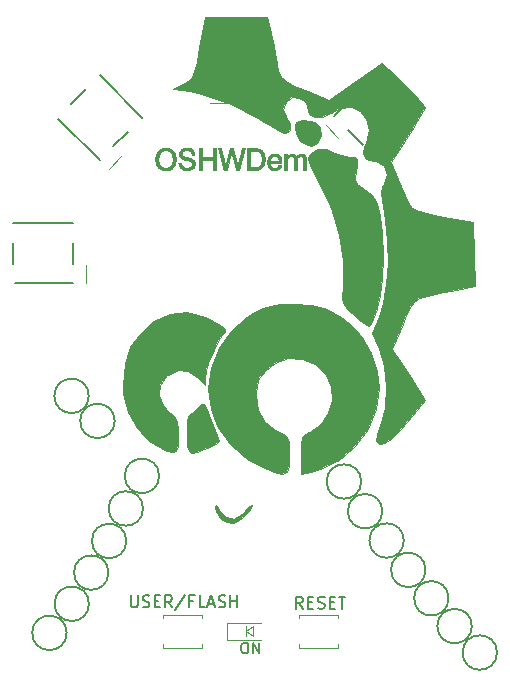
<source format=gto>
G04 #@! TF.GenerationSoftware,KiCad,Pcbnew,no-vcs-found-d190aa4~59~ubuntu16.04.1*
G04 #@! TF.CreationDate,2017-09-23T21:20:39-06:00*
G04 #@! TF.ProjectId,001,3030312E6B696361645F706362000000,rev?*
G04 #@! TF.SameCoordinates,Original*
G04 #@! TF.FileFunction,Legend,Top*
G04 #@! TF.FilePolarity,Positive*
%FSLAX46Y46*%
G04 Gerber Fmt 4.6, Leading zero omitted, Abs format (unit mm)*
G04 Created by KiCad (PCBNEW no-vcs-found-d190aa4~59~ubuntu16.04.1) date Sat Sep 23 21:20:39 2017*
%MOMM*%
%LPD*%
G01*
G04 APERTURE LIST*
%ADD10C,0.152400*%
%ADD11C,0.050000*%
%ADD12C,0.120000*%
%ADD13C,0.100000*%
%ADD14C,0.010000*%
G04 APERTURE END LIST*
D10*
X135372619Y-99852380D02*
X135039285Y-99376190D01*
X134801190Y-99852380D02*
X134801190Y-98852380D01*
X135182142Y-98852380D01*
X135277380Y-98900000D01*
X135325000Y-98947619D01*
X135372619Y-99042857D01*
X135372619Y-99185714D01*
X135325000Y-99280952D01*
X135277380Y-99328571D01*
X135182142Y-99376190D01*
X134801190Y-99376190D01*
X135801190Y-99328571D02*
X136134523Y-99328571D01*
X136277380Y-99852380D02*
X135801190Y-99852380D01*
X135801190Y-98852380D01*
X136277380Y-98852380D01*
X136658333Y-99804761D02*
X136801190Y-99852380D01*
X137039285Y-99852380D01*
X137134523Y-99804761D01*
X137182142Y-99757142D01*
X137229761Y-99661904D01*
X137229761Y-99566666D01*
X137182142Y-99471428D01*
X137134523Y-99423809D01*
X137039285Y-99376190D01*
X136848809Y-99328571D01*
X136753571Y-99280952D01*
X136705952Y-99233333D01*
X136658333Y-99138095D01*
X136658333Y-99042857D01*
X136705952Y-98947619D01*
X136753571Y-98900000D01*
X136848809Y-98852380D01*
X137086904Y-98852380D01*
X137229761Y-98900000D01*
X137658333Y-99328571D02*
X137991666Y-99328571D01*
X138134523Y-99852380D02*
X137658333Y-99852380D01*
X137658333Y-98852380D01*
X138134523Y-98852380D01*
X138420238Y-98852380D02*
X138991666Y-98852380D01*
X138705952Y-99852380D02*
X138705952Y-98852380D01*
X120825000Y-98727380D02*
X120825000Y-99536904D01*
X120872619Y-99632142D01*
X120920238Y-99679761D01*
X121015476Y-99727380D01*
X121205952Y-99727380D01*
X121301190Y-99679761D01*
X121348809Y-99632142D01*
X121396428Y-99536904D01*
X121396428Y-98727380D01*
X121825000Y-99679761D02*
X121967857Y-99727380D01*
X122205952Y-99727380D01*
X122301190Y-99679761D01*
X122348809Y-99632142D01*
X122396428Y-99536904D01*
X122396428Y-99441666D01*
X122348809Y-99346428D01*
X122301190Y-99298809D01*
X122205952Y-99251190D01*
X122015476Y-99203571D01*
X121920238Y-99155952D01*
X121872619Y-99108333D01*
X121825000Y-99013095D01*
X121825000Y-98917857D01*
X121872619Y-98822619D01*
X121920238Y-98775000D01*
X122015476Y-98727380D01*
X122253571Y-98727380D01*
X122396428Y-98775000D01*
X122825000Y-99203571D02*
X123158333Y-99203571D01*
X123301190Y-99727380D02*
X122825000Y-99727380D01*
X122825000Y-98727380D01*
X123301190Y-98727380D01*
X124301190Y-99727380D02*
X123967857Y-99251190D01*
X123729761Y-99727380D02*
X123729761Y-98727380D01*
X124110714Y-98727380D01*
X124205952Y-98775000D01*
X124253571Y-98822619D01*
X124301190Y-98917857D01*
X124301190Y-99060714D01*
X124253571Y-99155952D01*
X124205952Y-99203571D01*
X124110714Y-99251190D01*
X123729761Y-99251190D01*
X125444047Y-98679761D02*
X124586904Y-99965476D01*
X126110714Y-99203571D02*
X125777380Y-99203571D01*
X125777380Y-99727380D02*
X125777380Y-98727380D01*
X126253571Y-98727380D01*
X127110714Y-99727380D02*
X126634523Y-99727380D01*
X126634523Y-98727380D01*
X127396428Y-99441666D02*
X127872619Y-99441666D01*
X127301190Y-99727380D02*
X127634523Y-98727380D01*
X127967857Y-99727380D01*
X128253571Y-99679761D02*
X128396428Y-99727380D01*
X128634523Y-99727380D01*
X128729761Y-99679761D01*
X128777380Y-99632142D01*
X128825000Y-99536904D01*
X128825000Y-99441666D01*
X128777380Y-99346428D01*
X128729761Y-99298809D01*
X128634523Y-99251190D01*
X128444047Y-99203571D01*
X128348809Y-99155952D01*
X128301190Y-99108333D01*
X128253571Y-99013095D01*
X128253571Y-98917857D01*
X128301190Y-98822619D01*
X128348809Y-98775000D01*
X128444047Y-98727380D01*
X128682142Y-98727380D01*
X128825000Y-98775000D01*
X129253571Y-99727380D02*
X129253571Y-98727380D01*
X129253571Y-99203571D02*
X129825000Y-99203571D01*
X129825000Y-99727380D02*
X129825000Y-98727380D01*
X130392857Y-102732142D02*
X130564285Y-102732142D01*
X130650000Y-102775000D01*
X130735714Y-102860714D01*
X130778571Y-103032142D01*
X130778571Y-103332142D01*
X130735714Y-103503571D01*
X130650000Y-103589285D01*
X130564285Y-103632142D01*
X130392857Y-103632142D01*
X130307142Y-103589285D01*
X130221428Y-103503571D01*
X130178571Y-103332142D01*
X130178571Y-103032142D01*
X130221428Y-102860714D01*
X130307142Y-102775000D01*
X130392857Y-102732142D01*
X131164285Y-103632142D02*
X131164285Y-102732142D01*
X131678571Y-103632142D01*
X131678571Y-102732142D01*
X143733000Y-70640200D02*
X143733000Y-68862200D01*
X148813000Y-72291200D02*
X143733000Y-72291200D01*
X143733000Y-67211200D02*
X148686000Y-67211200D01*
X148813000Y-70640200D02*
X148813000Y-68862200D01*
D11*
X142673000Y-68751200D02*
X142673000Y-67251200D01*
D10*
X140482567Y-60578169D02*
X139225331Y-59320933D01*
X145242102Y-58153500D02*
X141650000Y-61745602D01*
X138057898Y-58153500D02*
X141560197Y-54651200D01*
X144074669Y-56986067D02*
X142817433Y-55728831D01*
D11*
X138397309Y-59991978D02*
X137336649Y-58931317D01*
D10*
X130921000Y-56014800D02*
X129143000Y-56014800D01*
X132572000Y-50934800D02*
X132572000Y-56014800D01*
X127492000Y-56014800D02*
X127492000Y-51061800D01*
X130921000Y-50934800D02*
X129143000Y-50934800D01*
D11*
X129032000Y-57074800D02*
X127532000Y-57074800D01*
D10*
X120604669Y-59463233D02*
X119347433Y-60720469D01*
X118180000Y-54703698D02*
X121772102Y-58295800D01*
X118180000Y-61887902D02*
X114677700Y-58385603D01*
X117012567Y-55871131D02*
X115755331Y-57128367D01*
D11*
X120018478Y-61548491D02*
X118957817Y-62609151D01*
D10*
X115925000Y-68867200D02*
X115925000Y-70645200D01*
X110845000Y-67216200D02*
X115925000Y-67216200D01*
X115925000Y-72296200D02*
X110972000Y-72296200D01*
X110845000Y-68867200D02*
X110845000Y-70645200D01*
D11*
X116985000Y-70756200D02*
X116985000Y-72256200D01*
D12*
X128999000Y-101055000D02*
X128999000Y-102455000D01*
X128999000Y-102480400D02*
X131799000Y-102480400D01*
X128999000Y-101029600D02*
X131799000Y-101029600D01*
D13*
X131126000Y-101355000D02*
X131126000Y-102155000D01*
X131126000Y-102155000D02*
X130526000Y-101755000D01*
X130526000Y-101755000D02*
X131126000Y-101355000D01*
X130526000Y-101355000D02*
X130526000Y-102155000D01*
D10*
X149685738Y-101326000D02*
G75*
G03X149685738Y-101326000I-1457738J0D01*
G01*
D14*
G36*
X131282926Y-60881554D02*
X131345200Y-60882386D01*
X131399013Y-60883695D01*
X131445423Y-60885518D01*
X131485487Y-60887895D01*
X131520265Y-60890866D01*
X131550815Y-60894469D01*
X131578196Y-60898744D01*
X131597017Y-60902359D01*
X131686516Y-60925766D01*
X131766454Y-60957139D01*
X131837582Y-60997037D01*
X131900654Y-61046015D01*
X131956421Y-61104632D01*
X132005636Y-61173445D01*
X132036491Y-61227786D01*
X132069453Y-61296260D01*
X132095708Y-61362399D01*
X132115880Y-61428867D01*
X132130596Y-61498328D01*
X132140480Y-61573446D01*
X132146159Y-61656884D01*
X132147579Y-61700901D01*
X132147487Y-61811632D01*
X132141729Y-61912555D01*
X132129980Y-62005387D01*
X132111909Y-62091843D01*
X132087188Y-62173642D01*
X132055490Y-62252500D01*
X132033228Y-62298642D01*
X131983629Y-62383381D01*
X131926988Y-62457552D01*
X131863263Y-62521186D01*
X131792414Y-62574310D01*
X131714399Y-62616954D01*
X131629177Y-62649147D01*
X131536706Y-62670918D01*
X131495286Y-62677012D01*
X131477672Y-62678360D01*
X131448393Y-62679589D01*
X131408484Y-62680684D01*
X131358977Y-62681629D01*
X131300909Y-62682409D01*
X131235313Y-62683007D01*
X131163224Y-62683408D01*
X131085676Y-62683597D01*
X131058702Y-62683610D01*
X130675926Y-62683610D01*
X130676311Y-62467710D01*
X130923620Y-62467710D01*
X131182382Y-62467626D01*
X131248146Y-62467553D01*
X131302655Y-62467342D01*
X131347351Y-62466938D01*
X131383679Y-62466284D01*
X131413083Y-62465325D01*
X131437006Y-62464004D01*
X131456892Y-62462264D01*
X131474185Y-62460051D01*
X131490330Y-62457308D01*
X131500658Y-62455263D01*
X131572525Y-62435070D01*
X131636724Y-62405544D01*
X131693618Y-62366329D01*
X131743575Y-62317068D01*
X131786959Y-62257405D01*
X131824138Y-62186983D01*
X131853501Y-62111413D01*
X131866961Y-62069147D01*
X131877504Y-62030510D01*
X131885460Y-61992981D01*
X131891162Y-61954040D01*
X131894942Y-61911166D01*
X131897132Y-61861839D01*
X131898065Y-61803539D01*
X131898163Y-61772385D01*
X131897817Y-61712293D01*
X131896537Y-61662328D01*
X131894008Y-61619928D01*
X131889916Y-61582535D01*
X131883946Y-61547589D01*
X131875783Y-61512531D01*
X131865113Y-61474802D01*
X131859227Y-61455685D01*
X131843391Y-61412378D01*
X131822472Y-61365489D01*
X131798561Y-61319103D01*
X131773746Y-61277304D01*
X131752478Y-61247118D01*
X131705900Y-61197959D01*
X131650110Y-61157064D01*
X131584807Y-61124249D01*
X131517345Y-61101385D01*
X131504340Y-61097968D01*
X131491556Y-61095137D01*
X131477647Y-61092823D01*
X131461265Y-61090956D01*
X131441061Y-61089469D01*
X131415688Y-61088292D01*
X131383799Y-61087356D01*
X131344045Y-61086592D01*
X131295079Y-61085933D01*
X131235554Y-61085308D01*
X131195082Y-61084930D01*
X130923620Y-61082451D01*
X130923620Y-62467710D01*
X130676311Y-62467710D01*
X130677535Y-61783497D01*
X130679145Y-60883385D01*
X131034745Y-60881519D01*
X131128756Y-60881160D01*
X131211130Y-60881158D01*
X131282926Y-60881554D01*
X131282926Y-60881554D01*
G37*
X131282926Y-60881554D02*
X131345200Y-60882386D01*
X131399013Y-60883695D01*
X131445423Y-60885518D01*
X131485487Y-60887895D01*
X131520265Y-60890866D01*
X131550815Y-60894469D01*
X131578196Y-60898744D01*
X131597017Y-60902359D01*
X131686516Y-60925766D01*
X131766454Y-60957139D01*
X131837582Y-60997037D01*
X131900654Y-61046015D01*
X131956421Y-61104632D01*
X132005636Y-61173445D01*
X132036491Y-61227786D01*
X132069453Y-61296260D01*
X132095708Y-61362399D01*
X132115880Y-61428867D01*
X132130596Y-61498328D01*
X132140480Y-61573446D01*
X132146159Y-61656884D01*
X132147579Y-61700901D01*
X132147487Y-61811632D01*
X132141729Y-61912555D01*
X132129980Y-62005387D01*
X132111909Y-62091843D01*
X132087188Y-62173642D01*
X132055490Y-62252500D01*
X132033228Y-62298642D01*
X131983629Y-62383381D01*
X131926988Y-62457552D01*
X131863263Y-62521186D01*
X131792414Y-62574310D01*
X131714399Y-62616954D01*
X131629177Y-62649147D01*
X131536706Y-62670918D01*
X131495286Y-62677012D01*
X131477672Y-62678360D01*
X131448393Y-62679589D01*
X131408484Y-62680684D01*
X131358977Y-62681629D01*
X131300909Y-62682409D01*
X131235313Y-62683007D01*
X131163224Y-62683408D01*
X131085676Y-62683597D01*
X131058702Y-62683610D01*
X130675926Y-62683610D01*
X130676311Y-62467710D01*
X130923620Y-62467710D01*
X131182382Y-62467626D01*
X131248146Y-62467553D01*
X131302655Y-62467342D01*
X131347351Y-62466938D01*
X131383679Y-62466284D01*
X131413083Y-62465325D01*
X131437006Y-62464004D01*
X131456892Y-62462264D01*
X131474185Y-62460051D01*
X131490330Y-62457308D01*
X131500658Y-62455263D01*
X131572525Y-62435070D01*
X131636724Y-62405544D01*
X131693618Y-62366329D01*
X131743575Y-62317068D01*
X131786959Y-62257405D01*
X131824138Y-62186983D01*
X131853501Y-62111413D01*
X131866961Y-62069147D01*
X131877504Y-62030510D01*
X131885460Y-61992981D01*
X131891162Y-61954040D01*
X131894942Y-61911166D01*
X131897132Y-61861839D01*
X131898065Y-61803539D01*
X131898163Y-61772385D01*
X131897817Y-61712293D01*
X131896537Y-61662328D01*
X131894008Y-61619928D01*
X131889916Y-61582535D01*
X131883946Y-61547589D01*
X131875783Y-61512531D01*
X131865113Y-61474802D01*
X131859227Y-61455685D01*
X131843391Y-61412378D01*
X131822472Y-61365489D01*
X131798561Y-61319103D01*
X131773746Y-61277304D01*
X131752478Y-61247118D01*
X131705900Y-61197959D01*
X131650110Y-61157064D01*
X131584807Y-61124249D01*
X131517345Y-61101385D01*
X131504340Y-61097968D01*
X131491556Y-61095137D01*
X131477647Y-61092823D01*
X131461265Y-61090956D01*
X131441061Y-61089469D01*
X131415688Y-61088292D01*
X131383799Y-61087356D01*
X131344045Y-61086592D01*
X131295079Y-61085933D01*
X131235554Y-61085308D01*
X131195082Y-61084930D01*
X130923620Y-61082451D01*
X130923620Y-62467710D01*
X130676311Y-62467710D01*
X130677535Y-61783497D01*
X130679145Y-60883385D01*
X131034745Y-60881519D01*
X131128756Y-60881160D01*
X131211130Y-60881158D01*
X131282926Y-60881554D01*
G36*
X135260670Y-61345879D02*
X135295467Y-61348171D01*
X135329655Y-61351673D01*
X135359045Y-61355885D01*
X135377703Y-61359808D01*
X135442937Y-61384007D01*
X135501036Y-61418456D01*
X135551267Y-61462435D01*
X135592894Y-61515224D01*
X135625184Y-61576104D01*
X135639967Y-61616858D01*
X135641908Y-61624192D01*
X135643613Y-61633246D01*
X135645101Y-61644876D01*
X135646392Y-61659937D01*
X135647506Y-61679284D01*
X135648463Y-61703773D01*
X135649281Y-61734258D01*
X135649982Y-61771595D01*
X135650584Y-61816640D01*
X135651108Y-61870247D01*
X135651572Y-61933273D01*
X135651998Y-62006572D01*
X135652404Y-62090999D01*
X135652743Y-62170847D01*
X135654859Y-62689960D01*
X135432120Y-62689960D01*
X135432120Y-62218219D01*
X135432113Y-62125815D01*
X135432053Y-62045189D01*
X135431882Y-61975416D01*
X135431543Y-61915572D01*
X135430977Y-61864736D01*
X135430126Y-61821983D01*
X135428932Y-61786390D01*
X135427336Y-61757034D01*
X135425282Y-61732991D01*
X135422709Y-61713339D01*
X135419562Y-61697153D01*
X135415781Y-61683511D01*
X135411308Y-61671489D01*
X135406086Y-61660163D01*
X135400056Y-61648612D01*
X135395791Y-61640757D01*
X135369888Y-61602970D01*
X135337810Y-61574422D01*
X135298475Y-61554572D01*
X135250799Y-61542882D01*
X135193698Y-61538813D01*
X135190820Y-61538800D01*
X135125120Y-61542354D01*
X135068259Y-61553668D01*
X135018589Y-61573338D01*
X134974460Y-61601964D01*
X134946147Y-61627485D01*
X134909248Y-61673190D01*
X134879663Y-61727359D01*
X134863100Y-61772385D01*
X134860877Y-61780719D01*
X134858951Y-61790339D01*
X134857292Y-61802199D01*
X134855876Y-61817254D01*
X134854675Y-61836457D01*
X134853661Y-61860763D01*
X134852807Y-61891127D01*
X134852088Y-61928503D01*
X134851475Y-61973845D01*
X134850941Y-62028108D01*
X134850460Y-62092247D01*
X134850005Y-62167215D01*
X134849567Y-62250222D01*
X134847352Y-62689960D01*
X134632020Y-62689960D01*
X134631967Y-62256572D01*
X134631866Y-62180103D01*
X134631592Y-62106602D01*
X134631159Y-62037233D01*
X134630583Y-61973163D01*
X134629878Y-61915555D01*
X134629060Y-61865574D01*
X134628144Y-61824386D01*
X134627144Y-61793156D01*
X134626076Y-61773047D01*
X134625684Y-61768810D01*
X134614913Y-61706513D01*
X134597760Y-61654911D01*
X134573636Y-61613398D01*
X134541954Y-61581367D01*
X134502127Y-61558212D01*
X134453567Y-61543327D01*
X134400402Y-61536397D01*
X134341708Y-61537419D01*
X134283099Y-61547500D01*
X134229342Y-61565750D01*
X134220093Y-61570057D01*
X134182188Y-61594163D01*
X134145516Y-61627658D01*
X134113114Y-61667361D01*
X134089698Y-61706611D01*
X134081897Y-61722650D01*
X134075136Y-61737514D01*
X134069340Y-61752203D01*
X134064436Y-61767719D01*
X134060348Y-61785061D01*
X134057002Y-61805231D01*
X134054322Y-61829230D01*
X134052235Y-61858058D01*
X134050665Y-61892716D01*
X134049537Y-61934206D01*
X134048778Y-61983527D01*
X134048312Y-62041681D01*
X134048065Y-62109669D01*
X134047961Y-62188491D01*
X134047930Y-62266097D01*
X134047820Y-62689960D01*
X133825570Y-62689960D01*
X133825570Y-61381860D01*
X134034780Y-61381860D01*
X134036537Y-61474166D01*
X134038295Y-61566472D01*
X134066870Y-61527048D01*
X134105115Y-61483120D01*
X134152935Y-61442193D01*
X134207238Y-61406332D01*
X134264933Y-61377603D01*
X134317695Y-61359422D01*
X134339877Y-61354992D01*
X134370366Y-61350868D01*
X134404769Y-61347569D01*
X134431995Y-61345881D01*
X134497466Y-61345776D01*
X134554170Y-61352270D01*
X134604610Y-61366111D01*
X134651289Y-61388043D01*
X134696709Y-61418815D01*
X134708697Y-61428419D01*
X134732280Y-61449668D01*
X134755454Y-61473521D01*
X134773550Y-61495138D01*
X134774886Y-61496970D01*
X134788189Y-61515369D01*
X134798891Y-61529858D01*
X134804334Y-61536880D01*
X134810715Y-61535217D01*
X134824032Y-61526045D01*
X134842280Y-61510872D01*
X134857700Y-61496742D01*
X134917992Y-61444770D01*
X134977919Y-61404517D01*
X135039494Y-61375229D01*
X135104734Y-61356152D01*
X135175654Y-61346532D01*
X135254271Y-61345612D01*
X135260670Y-61345879D01*
X135260670Y-61345879D01*
G37*
X135260670Y-61345879D02*
X135295467Y-61348171D01*
X135329655Y-61351673D01*
X135359045Y-61355885D01*
X135377703Y-61359808D01*
X135442937Y-61384007D01*
X135501036Y-61418456D01*
X135551267Y-61462435D01*
X135592894Y-61515224D01*
X135625184Y-61576104D01*
X135639967Y-61616858D01*
X135641908Y-61624192D01*
X135643613Y-61633246D01*
X135645101Y-61644876D01*
X135646392Y-61659937D01*
X135647506Y-61679284D01*
X135648463Y-61703773D01*
X135649281Y-61734258D01*
X135649982Y-61771595D01*
X135650584Y-61816640D01*
X135651108Y-61870247D01*
X135651572Y-61933273D01*
X135651998Y-62006572D01*
X135652404Y-62090999D01*
X135652743Y-62170847D01*
X135654859Y-62689960D01*
X135432120Y-62689960D01*
X135432120Y-62218219D01*
X135432113Y-62125815D01*
X135432053Y-62045189D01*
X135431882Y-61975416D01*
X135431543Y-61915572D01*
X135430977Y-61864736D01*
X135430126Y-61821983D01*
X135428932Y-61786390D01*
X135427336Y-61757034D01*
X135425282Y-61732991D01*
X135422709Y-61713339D01*
X135419562Y-61697153D01*
X135415781Y-61683511D01*
X135411308Y-61671489D01*
X135406086Y-61660163D01*
X135400056Y-61648612D01*
X135395791Y-61640757D01*
X135369888Y-61602970D01*
X135337810Y-61574422D01*
X135298475Y-61554572D01*
X135250799Y-61542882D01*
X135193698Y-61538813D01*
X135190820Y-61538800D01*
X135125120Y-61542354D01*
X135068259Y-61553668D01*
X135018589Y-61573338D01*
X134974460Y-61601964D01*
X134946147Y-61627485D01*
X134909248Y-61673190D01*
X134879663Y-61727359D01*
X134863100Y-61772385D01*
X134860877Y-61780719D01*
X134858951Y-61790339D01*
X134857292Y-61802199D01*
X134855876Y-61817254D01*
X134854675Y-61836457D01*
X134853661Y-61860763D01*
X134852807Y-61891127D01*
X134852088Y-61928503D01*
X134851475Y-61973845D01*
X134850941Y-62028108D01*
X134850460Y-62092247D01*
X134850005Y-62167215D01*
X134849567Y-62250222D01*
X134847352Y-62689960D01*
X134632020Y-62689960D01*
X134631967Y-62256572D01*
X134631866Y-62180103D01*
X134631592Y-62106602D01*
X134631159Y-62037233D01*
X134630583Y-61973163D01*
X134629878Y-61915555D01*
X134629060Y-61865574D01*
X134628144Y-61824386D01*
X134627144Y-61793156D01*
X134626076Y-61773047D01*
X134625684Y-61768810D01*
X134614913Y-61706513D01*
X134597760Y-61654911D01*
X134573636Y-61613398D01*
X134541954Y-61581367D01*
X134502127Y-61558212D01*
X134453567Y-61543327D01*
X134400402Y-61536397D01*
X134341708Y-61537419D01*
X134283099Y-61547500D01*
X134229342Y-61565750D01*
X134220093Y-61570057D01*
X134182188Y-61594163D01*
X134145516Y-61627658D01*
X134113114Y-61667361D01*
X134089698Y-61706611D01*
X134081897Y-61722650D01*
X134075136Y-61737514D01*
X134069340Y-61752203D01*
X134064436Y-61767719D01*
X134060348Y-61785061D01*
X134057002Y-61805231D01*
X134054322Y-61829230D01*
X134052235Y-61858058D01*
X134050665Y-61892716D01*
X134049537Y-61934206D01*
X134048778Y-61983527D01*
X134048312Y-62041681D01*
X134048065Y-62109669D01*
X134047961Y-62188491D01*
X134047930Y-62266097D01*
X134047820Y-62689960D01*
X133825570Y-62689960D01*
X133825570Y-61381860D01*
X134034780Y-61381860D01*
X134036537Y-61474166D01*
X134038295Y-61566472D01*
X134066870Y-61527048D01*
X134105115Y-61483120D01*
X134152935Y-61442193D01*
X134207238Y-61406332D01*
X134264933Y-61377603D01*
X134317695Y-61359422D01*
X134339877Y-61354992D01*
X134370366Y-61350868D01*
X134404769Y-61347569D01*
X134431995Y-61345881D01*
X134497466Y-61345776D01*
X134554170Y-61352270D01*
X134604610Y-61366111D01*
X134651289Y-61388043D01*
X134696709Y-61418815D01*
X134708697Y-61428419D01*
X134732280Y-61449668D01*
X134755454Y-61473521D01*
X134773550Y-61495138D01*
X134774886Y-61496970D01*
X134788189Y-61515369D01*
X134798891Y-61529858D01*
X134804334Y-61536880D01*
X134810715Y-61535217D01*
X134824032Y-61526045D01*
X134842280Y-61510872D01*
X134857700Y-61496742D01*
X134917992Y-61444770D01*
X134977919Y-61404517D01*
X135039494Y-61375229D01*
X135104734Y-61356152D01*
X135175654Y-61346532D01*
X135254271Y-61345612D01*
X135260670Y-61345879D01*
G36*
X130462793Y-60910372D02*
X130459799Y-60921283D01*
X130453856Y-60943305D01*
X130445186Y-60975603D01*
X130434011Y-61017342D01*
X130420553Y-61067688D01*
X130405035Y-61125805D01*
X130387677Y-61190859D01*
X130368704Y-61262014D01*
X130348335Y-61338436D01*
X130326795Y-61419290D01*
X130304304Y-61503740D01*
X130281085Y-61590952D01*
X130257360Y-61680091D01*
X130233351Y-61770322D01*
X130209280Y-61860810D01*
X130185370Y-61950721D01*
X130161842Y-62039218D01*
X130138918Y-62125468D01*
X130116821Y-62208636D01*
X130095772Y-62287885D01*
X130075994Y-62362382D01*
X130057709Y-62431292D01*
X130041139Y-62493780D01*
X130026506Y-62549010D01*
X130014032Y-62596148D01*
X130003939Y-62634359D01*
X129996450Y-62662808D01*
X129991786Y-62680660D01*
X129990170Y-62687080D01*
X129990170Y-62687082D01*
X129984145Y-62687975D01*
X129967365Y-62688591D01*
X129941774Y-62688908D01*
X129909315Y-62688904D01*
X129871929Y-62688554D01*
X129868670Y-62688509D01*
X129747170Y-62686785D01*
X129540197Y-61939274D01*
X129514006Y-61844856D01*
X129488713Y-61754011D01*
X129464527Y-61667470D01*
X129441654Y-61585966D01*
X129420305Y-61510230D01*
X129400687Y-61440993D01*
X129383009Y-61378987D01*
X129367480Y-61324944D01*
X129354308Y-61279595D01*
X129343701Y-61243673D01*
X129335868Y-61217908D01*
X129331018Y-61203032D01*
X129329394Y-61199499D01*
X129327286Y-61206506D01*
X129322092Y-61225021D01*
X129314015Y-61254288D01*
X129303262Y-61293549D01*
X129290038Y-61342046D01*
X129274548Y-61399024D01*
X129256999Y-61463724D01*
X129237594Y-61535389D01*
X129216541Y-61613262D01*
X129194044Y-61696586D01*
X129170308Y-61784603D01*
X129145539Y-61876557D01*
X129126154Y-61948597D01*
X128926744Y-62689960D01*
X128682424Y-62689960D01*
X128673023Y-62656622D01*
X128669373Y-62643219D01*
X128662882Y-62618857D01*
X128653768Y-62584375D01*
X128642250Y-62540614D01*
X128628546Y-62488412D01*
X128612875Y-62428611D01*
X128595456Y-62362049D01*
X128576506Y-62289566D01*
X128556245Y-62212001D01*
X128534892Y-62130196D01*
X128512664Y-62044989D01*
X128489781Y-61957220D01*
X128466461Y-61867729D01*
X128442924Y-61777355D01*
X128419386Y-61686939D01*
X128396068Y-61597319D01*
X128373187Y-61509336D01*
X128350962Y-61423830D01*
X128329613Y-61341640D01*
X128309356Y-61263606D01*
X128290412Y-61190568D01*
X128272999Y-61123364D01*
X128257335Y-61062836D01*
X128243639Y-61009823D01*
X128232130Y-60965164D01*
X128223026Y-60929700D01*
X128216546Y-60904269D01*
X128212908Y-60889713D01*
X128212170Y-60886451D01*
X128218470Y-60883932D01*
X128237226Y-60882248D01*
X128268221Y-60881408D01*
X128311238Y-60881420D01*
X128331182Y-60881657D01*
X128450194Y-60883385D01*
X128634100Y-61609680D01*
X128665937Y-61735166D01*
X128694791Y-61848369D01*
X128720678Y-61949350D01*
X128743612Y-62038166D01*
X128763610Y-62114878D01*
X128780687Y-62179543D01*
X128794859Y-62232221D01*
X128806142Y-62272971D01*
X128814550Y-62301852D01*
X128820100Y-62318923D01*
X128822807Y-62324243D01*
X128822959Y-62324055D01*
X128824987Y-62316981D01*
X128829999Y-62298563D01*
X128837748Y-62269742D01*
X128847984Y-62231455D01*
X128860461Y-62184642D01*
X128874929Y-62130242D01*
X128891141Y-62069194D01*
X128908849Y-62002436D01*
X128927805Y-61930908D01*
X128947760Y-61855548D01*
X128968466Y-61777296D01*
X128989676Y-61697090D01*
X129011141Y-61615869D01*
X129032613Y-61534572D01*
X129053844Y-61454138D01*
X129074586Y-61375505D01*
X129094591Y-61299614D01*
X129113610Y-61227402D01*
X129131397Y-61159809D01*
X129147702Y-61097773D01*
X129162277Y-61042234D01*
X129174875Y-60994130D01*
X129185247Y-60954400D01*
X129193145Y-60923984D01*
X129198322Y-60903819D01*
X129199862Y-60897672D01*
X129204146Y-60880210D01*
X129332059Y-60880210D01*
X129459972Y-60880209D01*
X129656808Y-61600447D01*
X129682189Y-61693137D01*
X129706681Y-61782238D01*
X129730075Y-61867001D01*
X129752161Y-61946682D01*
X129772729Y-62020534D01*
X129791568Y-62087809D01*
X129808468Y-62147762D01*
X129823220Y-62199647D01*
X129835613Y-62242717D01*
X129845438Y-62276225D01*
X129852483Y-62299426D01*
X129856539Y-62311572D01*
X129857456Y-62313234D01*
X129859555Y-62306243D01*
X129864710Y-62287752D01*
X129872711Y-62258533D01*
X129883351Y-62219359D01*
X129896423Y-62171004D01*
X129911717Y-62114240D01*
X129929027Y-62049841D01*
X129948144Y-61978580D01*
X129968860Y-61901229D01*
X129990969Y-61818563D01*
X130014260Y-61731353D01*
X130038528Y-61640373D01*
X130051131Y-61593080D01*
X130240995Y-60880375D01*
X130471379Y-60880209D01*
X130462793Y-60910372D01*
X130462793Y-60910372D01*
G37*
X130462793Y-60910372D02*
X130459799Y-60921283D01*
X130453856Y-60943305D01*
X130445186Y-60975603D01*
X130434011Y-61017342D01*
X130420553Y-61067688D01*
X130405035Y-61125805D01*
X130387677Y-61190859D01*
X130368704Y-61262014D01*
X130348335Y-61338436D01*
X130326795Y-61419290D01*
X130304304Y-61503740D01*
X130281085Y-61590952D01*
X130257360Y-61680091D01*
X130233351Y-61770322D01*
X130209280Y-61860810D01*
X130185370Y-61950721D01*
X130161842Y-62039218D01*
X130138918Y-62125468D01*
X130116821Y-62208636D01*
X130095772Y-62287885D01*
X130075994Y-62362382D01*
X130057709Y-62431292D01*
X130041139Y-62493780D01*
X130026506Y-62549010D01*
X130014032Y-62596148D01*
X130003939Y-62634359D01*
X129996450Y-62662808D01*
X129991786Y-62680660D01*
X129990170Y-62687080D01*
X129990170Y-62687082D01*
X129984145Y-62687975D01*
X129967365Y-62688591D01*
X129941774Y-62688908D01*
X129909315Y-62688904D01*
X129871929Y-62688554D01*
X129868670Y-62688509D01*
X129747170Y-62686785D01*
X129540197Y-61939274D01*
X129514006Y-61844856D01*
X129488713Y-61754011D01*
X129464527Y-61667470D01*
X129441654Y-61585966D01*
X129420305Y-61510230D01*
X129400687Y-61440993D01*
X129383009Y-61378987D01*
X129367480Y-61324944D01*
X129354308Y-61279595D01*
X129343701Y-61243673D01*
X129335868Y-61217908D01*
X129331018Y-61203032D01*
X129329394Y-61199499D01*
X129327286Y-61206506D01*
X129322092Y-61225021D01*
X129314015Y-61254288D01*
X129303262Y-61293549D01*
X129290038Y-61342046D01*
X129274548Y-61399024D01*
X129256999Y-61463724D01*
X129237594Y-61535389D01*
X129216541Y-61613262D01*
X129194044Y-61696586D01*
X129170308Y-61784603D01*
X129145539Y-61876557D01*
X129126154Y-61948597D01*
X128926744Y-62689960D01*
X128682424Y-62689960D01*
X128673023Y-62656622D01*
X128669373Y-62643219D01*
X128662882Y-62618857D01*
X128653768Y-62584375D01*
X128642250Y-62540614D01*
X128628546Y-62488412D01*
X128612875Y-62428611D01*
X128595456Y-62362049D01*
X128576506Y-62289566D01*
X128556245Y-62212001D01*
X128534892Y-62130196D01*
X128512664Y-62044989D01*
X128489781Y-61957220D01*
X128466461Y-61867729D01*
X128442924Y-61777355D01*
X128419386Y-61686939D01*
X128396068Y-61597319D01*
X128373187Y-61509336D01*
X128350962Y-61423830D01*
X128329613Y-61341640D01*
X128309356Y-61263606D01*
X128290412Y-61190568D01*
X128272999Y-61123364D01*
X128257335Y-61062836D01*
X128243639Y-61009823D01*
X128232130Y-60965164D01*
X128223026Y-60929700D01*
X128216546Y-60904269D01*
X128212908Y-60889713D01*
X128212170Y-60886451D01*
X128218470Y-60883932D01*
X128237226Y-60882248D01*
X128268221Y-60881408D01*
X128311238Y-60881420D01*
X128331182Y-60881657D01*
X128450194Y-60883385D01*
X128634100Y-61609680D01*
X128665937Y-61735166D01*
X128694791Y-61848369D01*
X128720678Y-61949350D01*
X128743612Y-62038166D01*
X128763610Y-62114878D01*
X128780687Y-62179543D01*
X128794859Y-62232221D01*
X128806142Y-62272971D01*
X128814550Y-62301852D01*
X128820100Y-62318923D01*
X128822807Y-62324243D01*
X128822959Y-62324055D01*
X128824987Y-62316981D01*
X128829999Y-62298563D01*
X128837748Y-62269742D01*
X128847984Y-62231455D01*
X128860461Y-62184642D01*
X128874929Y-62130242D01*
X128891141Y-62069194D01*
X128908849Y-62002436D01*
X128927805Y-61930908D01*
X128947760Y-61855548D01*
X128968466Y-61777296D01*
X128989676Y-61697090D01*
X129011141Y-61615869D01*
X129032613Y-61534572D01*
X129053844Y-61454138D01*
X129074586Y-61375505D01*
X129094591Y-61299614D01*
X129113610Y-61227402D01*
X129131397Y-61159809D01*
X129147702Y-61097773D01*
X129162277Y-61042234D01*
X129174875Y-60994130D01*
X129185247Y-60954400D01*
X129193145Y-60923984D01*
X129198322Y-60903819D01*
X129199862Y-60897672D01*
X129204146Y-60880210D01*
X129332059Y-60880210D01*
X129459972Y-60880209D01*
X129656808Y-61600447D01*
X129682189Y-61693137D01*
X129706681Y-61782238D01*
X129730075Y-61867001D01*
X129752161Y-61946682D01*
X129772729Y-62020534D01*
X129791568Y-62087809D01*
X129808468Y-62147762D01*
X129823220Y-62199647D01*
X129835613Y-62242717D01*
X129845438Y-62276225D01*
X129852483Y-62299426D01*
X129856539Y-62311572D01*
X129857456Y-62313234D01*
X129859555Y-62306243D01*
X129864710Y-62287752D01*
X129872711Y-62258533D01*
X129883351Y-62219359D01*
X129896423Y-62171004D01*
X129911717Y-62114240D01*
X129929027Y-62049841D01*
X129948144Y-61978580D01*
X129968860Y-61901229D01*
X129990969Y-61818563D01*
X130014260Y-61731353D01*
X130038528Y-61640373D01*
X130051131Y-61593080D01*
X130240995Y-60880375D01*
X130471379Y-60880209D01*
X130462793Y-60910372D01*
G36*
X126808820Y-61623160D02*
X127754970Y-61623160D01*
X127754970Y-60880210D01*
X128002620Y-60880210D01*
X128002620Y-62689960D01*
X127754970Y-62689960D01*
X127754970Y-61839060D01*
X126808820Y-61839060D01*
X126808820Y-62689960D01*
X126561170Y-62689960D01*
X126561170Y-60880210D01*
X126808820Y-60880210D01*
X126808820Y-61623160D01*
X126808820Y-61623160D01*
G37*
X126808820Y-61623160D02*
X127754970Y-61623160D01*
X127754970Y-60880210D01*
X128002620Y-60880210D01*
X128002620Y-62689960D01*
X127754970Y-62689960D01*
X127754970Y-61839060D01*
X126808820Y-61839060D01*
X126808820Y-62689960D01*
X126561170Y-62689960D01*
X126561170Y-60880210D01*
X126808820Y-60880210D01*
X126808820Y-61623160D01*
G36*
X133017944Y-61339317D02*
X133103218Y-61347034D01*
X133179588Y-61362554D01*
X133248513Y-61386343D01*
X133311450Y-61418861D01*
X133349320Y-61444511D01*
X133388479Y-61479305D01*
X133427234Y-61524243D01*
X133463982Y-61576830D01*
X133497120Y-61634566D01*
X133525044Y-61694953D01*
X133543772Y-61747451D01*
X133549413Y-61766715D01*
X133553729Y-61784075D01*
X133556942Y-61801754D01*
X133559272Y-61821973D01*
X133560939Y-61846955D01*
X133562163Y-61878923D01*
X133563165Y-61920099D01*
X133563722Y-61948597D01*
X133566426Y-62093060D01*
X132604468Y-62093060D01*
X132608429Y-62148622D01*
X132617125Y-62215400D01*
X132633003Y-62279196D01*
X132655231Y-62338381D01*
X132682978Y-62391324D01*
X132715412Y-62436395D01*
X132751702Y-62471964D01*
X132784105Y-62493076D01*
X132817758Y-62509036D01*
X132848478Y-62520384D01*
X132880020Y-62527990D01*
X132916141Y-62532725D01*
X132960596Y-62535459D01*
X132968320Y-62535754D01*
X133034068Y-62535589D01*
X133090174Y-62529606D01*
X133138556Y-62517252D01*
X133181126Y-62497977D01*
X133219802Y-62471228D01*
X133233456Y-62459375D01*
X133269783Y-62420475D01*
X133297031Y-62377641D01*
X133316790Y-62327964D01*
X133326857Y-62288322D01*
X133330511Y-62270860D01*
X133547918Y-62270860D01*
X133543906Y-62304995D01*
X133531909Y-62365631D01*
X133510116Y-62423232D01*
X133477728Y-62479351D01*
X133433943Y-62535543D01*
X133413956Y-62557444D01*
X133355826Y-62611468D01*
X133294093Y-62654025D01*
X133226746Y-62686249D01*
X133151776Y-62709271D01*
X133139770Y-62711996D01*
X133110283Y-62716738D01*
X133071612Y-62720560D01*
X133027216Y-62723352D01*
X132980556Y-62725007D01*
X132935092Y-62725413D01*
X132894286Y-62724461D01*
X132861597Y-62722043D01*
X132854020Y-62721035D01*
X132819258Y-62713911D01*
X132779389Y-62702911D01*
X132738750Y-62689476D01*
X132701676Y-62675048D01*
X132672506Y-62661069D01*
X132670873Y-62660145D01*
X132605899Y-62615621D01*
X132548550Y-62561025D01*
X132498928Y-62496515D01*
X132457132Y-62422249D01*
X132423264Y-62338386D01*
X132397424Y-62245082D01*
X132392653Y-62222434D01*
X132388209Y-62195998D01*
X132384987Y-62166358D01*
X132382840Y-62131129D01*
X132381622Y-62087925D01*
X132381188Y-62035910D01*
X132381269Y-61989194D01*
X132381840Y-61952490D01*
X132383102Y-61923114D01*
X132383785Y-61915260D01*
X132604729Y-61915260D01*
X133330270Y-61915260D01*
X133330270Y-61871825D01*
X133325868Y-61818841D01*
X133313501Y-61764158D01*
X133294423Y-61711129D01*
X133269888Y-61663104D01*
X133241151Y-61623436D01*
X133234698Y-61616480D01*
X133198597Y-61585462D01*
X133157372Y-61561989D01*
X133109488Y-61545552D01*
X133053410Y-61535647D01*
X132987602Y-61531764D01*
X132977845Y-61531674D01*
X132928559Y-61532652D01*
X132888106Y-61536531D01*
X132852804Y-61544062D01*
X132818969Y-61555992D01*
X132788630Y-61570142D01*
X132745958Y-61598373D01*
X132706879Y-61637065D01*
X132672604Y-61684201D01*
X132644340Y-61737769D01*
X132623295Y-61795753D01*
X132610679Y-61856140D01*
X132609186Y-61869222D01*
X132604729Y-61915260D01*
X132383785Y-61915260D01*
X132385254Y-61898380D01*
X132388493Y-61875605D01*
X132393021Y-61852103D01*
X132395755Y-61839575D01*
X132416032Y-61763941D01*
X132441972Y-61691275D01*
X132472616Y-61623425D01*
X132507007Y-61562240D01*
X132544187Y-61509568D01*
X132583197Y-61467259D01*
X132593378Y-61458304D01*
X132654142Y-61415027D01*
X132721598Y-61381518D01*
X132796206Y-61357645D01*
X132878429Y-61343281D01*
X132968728Y-61338294D01*
X133017944Y-61339317D01*
X133017944Y-61339317D01*
G37*
X133017944Y-61339317D02*
X133103218Y-61347034D01*
X133179588Y-61362554D01*
X133248513Y-61386343D01*
X133311450Y-61418861D01*
X133349320Y-61444511D01*
X133388479Y-61479305D01*
X133427234Y-61524243D01*
X133463982Y-61576830D01*
X133497120Y-61634566D01*
X133525044Y-61694953D01*
X133543772Y-61747451D01*
X133549413Y-61766715D01*
X133553729Y-61784075D01*
X133556942Y-61801754D01*
X133559272Y-61821973D01*
X133560939Y-61846955D01*
X133562163Y-61878923D01*
X133563165Y-61920099D01*
X133563722Y-61948597D01*
X133566426Y-62093060D01*
X132604468Y-62093060D01*
X132608429Y-62148622D01*
X132617125Y-62215400D01*
X132633003Y-62279196D01*
X132655231Y-62338381D01*
X132682978Y-62391324D01*
X132715412Y-62436395D01*
X132751702Y-62471964D01*
X132784105Y-62493076D01*
X132817758Y-62509036D01*
X132848478Y-62520384D01*
X132880020Y-62527990D01*
X132916141Y-62532725D01*
X132960596Y-62535459D01*
X132968320Y-62535754D01*
X133034068Y-62535589D01*
X133090174Y-62529606D01*
X133138556Y-62517252D01*
X133181126Y-62497977D01*
X133219802Y-62471228D01*
X133233456Y-62459375D01*
X133269783Y-62420475D01*
X133297031Y-62377641D01*
X133316790Y-62327964D01*
X133326857Y-62288322D01*
X133330511Y-62270860D01*
X133547918Y-62270860D01*
X133543906Y-62304995D01*
X133531909Y-62365631D01*
X133510116Y-62423232D01*
X133477728Y-62479351D01*
X133433943Y-62535543D01*
X133413956Y-62557444D01*
X133355826Y-62611468D01*
X133294093Y-62654025D01*
X133226746Y-62686249D01*
X133151776Y-62709271D01*
X133139770Y-62711996D01*
X133110283Y-62716738D01*
X133071612Y-62720560D01*
X133027216Y-62723352D01*
X132980556Y-62725007D01*
X132935092Y-62725413D01*
X132894286Y-62724461D01*
X132861597Y-62722043D01*
X132854020Y-62721035D01*
X132819258Y-62713911D01*
X132779389Y-62702911D01*
X132738750Y-62689476D01*
X132701676Y-62675048D01*
X132672506Y-62661069D01*
X132670873Y-62660145D01*
X132605899Y-62615621D01*
X132548550Y-62561025D01*
X132498928Y-62496515D01*
X132457132Y-62422249D01*
X132423264Y-62338386D01*
X132397424Y-62245082D01*
X132392653Y-62222434D01*
X132388209Y-62195998D01*
X132384987Y-62166358D01*
X132382840Y-62131129D01*
X132381622Y-62087925D01*
X132381188Y-62035910D01*
X132381269Y-61989194D01*
X132381840Y-61952490D01*
X132383102Y-61923114D01*
X132383785Y-61915260D01*
X132604729Y-61915260D01*
X133330270Y-61915260D01*
X133330270Y-61871825D01*
X133325868Y-61818841D01*
X133313501Y-61764158D01*
X133294423Y-61711129D01*
X133269888Y-61663104D01*
X133241151Y-61623436D01*
X133234698Y-61616480D01*
X133198597Y-61585462D01*
X133157372Y-61561989D01*
X133109488Y-61545552D01*
X133053410Y-61535647D01*
X132987602Y-61531764D01*
X132977845Y-61531674D01*
X132928559Y-61532652D01*
X132888106Y-61536531D01*
X132852804Y-61544062D01*
X132818969Y-61555992D01*
X132788630Y-61570142D01*
X132745958Y-61598373D01*
X132706879Y-61637065D01*
X132672604Y-61684201D01*
X132644340Y-61737769D01*
X132623295Y-61795753D01*
X132610679Y-61856140D01*
X132609186Y-61869222D01*
X132604729Y-61915260D01*
X132383785Y-61915260D01*
X132385254Y-61898380D01*
X132388493Y-61875605D01*
X132393021Y-61852103D01*
X132395755Y-61839575D01*
X132416032Y-61763941D01*
X132441972Y-61691275D01*
X132472616Y-61623425D01*
X132507007Y-61562240D01*
X132544187Y-61509568D01*
X132583197Y-61467259D01*
X132593378Y-61458304D01*
X132654142Y-61415027D01*
X132721598Y-61381518D01*
X132796206Y-61357645D01*
X132878429Y-61343281D01*
X132968728Y-61338294D01*
X133017944Y-61339317D01*
G36*
X125611771Y-60837948D02*
X125707092Y-60846866D01*
X125793620Y-60864619D01*
X125871662Y-60891358D01*
X125941524Y-60927234D01*
X126003512Y-60972398D01*
X126057933Y-61027000D01*
X126105093Y-61091191D01*
X126136776Y-61147498D01*
X126158324Y-61198416D01*
X126176005Y-61255619D01*
X126188364Y-61313604D01*
X126193777Y-61362810D01*
X126196045Y-61410435D01*
X125961095Y-61410435D01*
X125957036Y-61365985D01*
X125944941Y-61300488D01*
X125921150Y-61239866D01*
X125885827Y-61184451D01*
X125845767Y-61140661D01*
X125810233Y-61111079D01*
X125772618Y-61088106D01*
X125729133Y-61069736D01*
X125688045Y-61057133D01*
X125653173Y-61050233D01*
X125609442Y-61045412D01*
X125560426Y-61042708D01*
X125509702Y-61042164D01*
X125460843Y-61043819D01*
X125417425Y-61047714D01*
X125383882Y-61053674D01*
X125318272Y-61075285D01*
X125262463Y-61104849D01*
X125216546Y-61142273D01*
X125180610Y-61187467D01*
X125154746Y-61240338D01*
X125139044Y-61300794D01*
X125138743Y-61302653D01*
X125135953Y-61357180D01*
X125144810Y-61408840D01*
X125164572Y-61456156D01*
X125194496Y-61497653D01*
X125233838Y-61531856D01*
X125262595Y-61548731D01*
X125300961Y-61565302D01*
X125350575Y-61582696D01*
X125410041Y-61600526D01*
X125477964Y-61618404D01*
X125552950Y-61635942D01*
X125633602Y-61652751D01*
X125643595Y-61654700D01*
X125720784Y-61670544D01*
X125787605Y-61686380D01*
X125846367Y-61702985D01*
X125899377Y-61721134D01*
X125948943Y-61741604D01*
X125997373Y-61765170D01*
X126037295Y-61787027D01*
X126096308Y-61827665D01*
X126145802Y-61876486D01*
X126185574Y-61933042D01*
X126215418Y-61996881D01*
X126235131Y-62067556D01*
X126244509Y-62144616D01*
X126243348Y-62227612D01*
X126242422Y-62238709D01*
X126229132Y-62318639D01*
X126204599Y-62393112D01*
X126169272Y-62461623D01*
X126123601Y-62523669D01*
X126068036Y-62578747D01*
X126003026Y-62626354D01*
X125929022Y-62665987D01*
X125846474Y-62697142D01*
X125827643Y-62702688D01*
X125776965Y-62714186D01*
X125717100Y-62723282D01*
X125651376Y-62729742D01*
X125583121Y-62733332D01*
X125515661Y-62733817D01*
X125452324Y-62730964D01*
X125440395Y-62729967D01*
X125407794Y-62725863D01*
X125368089Y-62719181D01*
X125326366Y-62710906D01*
X125287709Y-62702029D01*
X125264740Y-62695850D01*
X125184586Y-62666530D01*
X125113033Y-62628098D01*
X125049396Y-62580107D01*
X124992991Y-62522110D01*
X124986127Y-62513778D01*
X124939696Y-62448360D01*
X124903262Y-62378755D01*
X124876238Y-62303413D01*
X124858041Y-62220782D01*
X124849725Y-62151797D01*
X124845348Y-62099410D01*
X125079737Y-62099410D01*
X125083557Y-62148943D01*
X125094950Y-62220581D01*
X125117340Y-62286209D01*
X125150275Y-62345309D01*
X125193301Y-62397365D01*
X125245965Y-62441857D01*
X125307812Y-62478268D01*
X125378390Y-62506081D01*
X125402295Y-62512961D01*
X125449103Y-62522227D01*
X125504024Y-62528099D01*
X125562908Y-62530488D01*
X125621605Y-62529310D01*
X125675967Y-62524477D01*
X125707095Y-62519318D01*
X125778377Y-62499589D01*
X125840628Y-62471860D01*
X125893457Y-62436553D01*
X125936474Y-62394091D01*
X125969287Y-62344897D01*
X125991506Y-62289394D01*
X126002740Y-62228005D01*
X126004112Y-62197835D01*
X125999401Y-62139906D01*
X125984512Y-62089403D01*
X125959219Y-62045859D01*
X125923292Y-62008804D01*
X125905445Y-61995386D01*
X125872565Y-61976624D01*
X125827609Y-61957163D01*
X125771170Y-61937185D01*
X125703841Y-61916872D01*
X125626216Y-61896406D01*
X125538887Y-61875970D01*
X125468970Y-61861098D01*
X125393493Y-61844426D01*
X125327477Y-61826961D01*
X125267683Y-61807644D01*
X125210875Y-61785412D01*
X125153816Y-61759204D01*
X125145120Y-61754906D01*
X125085158Y-61721521D01*
X125036414Y-61686306D01*
X124997414Y-61647910D01*
X124966684Y-61604985D01*
X124952572Y-61578534D01*
X124925587Y-61507779D01*
X124909828Y-61432941D01*
X124905383Y-61356039D01*
X124912338Y-61279092D01*
X124930782Y-61204120D01*
X124935685Y-61190009D01*
X124962220Y-61129418D01*
X124996211Y-61074454D01*
X125040030Y-61021353D01*
X125045987Y-61015005D01*
X125099653Y-60965285D01*
X125158315Y-60924342D01*
X125223059Y-60891757D01*
X125294972Y-60867113D01*
X125375141Y-60849993D01*
X125464652Y-60839979D01*
X125507351Y-60837714D01*
X125611771Y-60837948D01*
X125611771Y-60837948D01*
G37*
X125611771Y-60837948D02*
X125707092Y-60846866D01*
X125793620Y-60864619D01*
X125871662Y-60891358D01*
X125941524Y-60927234D01*
X126003512Y-60972398D01*
X126057933Y-61027000D01*
X126105093Y-61091191D01*
X126136776Y-61147498D01*
X126158324Y-61198416D01*
X126176005Y-61255619D01*
X126188364Y-61313604D01*
X126193777Y-61362810D01*
X126196045Y-61410435D01*
X125961095Y-61410435D01*
X125957036Y-61365985D01*
X125944941Y-61300488D01*
X125921150Y-61239866D01*
X125885827Y-61184451D01*
X125845767Y-61140661D01*
X125810233Y-61111079D01*
X125772618Y-61088106D01*
X125729133Y-61069736D01*
X125688045Y-61057133D01*
X125653173Y-61050233D01*
X125609442Y-61045412D01*
X125560426Y-61042708D01*
X125509702Y-61042164D01*
X125460843Y-61043819D01*
X125417425Y-61047714D01*
X125383882Y-61053674D01*
X125318272Y-61075285D01*
X125262463Y-61104849D01*
X125216546Y-61142273D01*
X125180610Y-61187467D01*
X125154746Y-61240338D01*
X125139044Y-61300794D01*
X125138743Y-61302653D01*
X125135953Y-61357180D01*
X125144810Y-61408840D01*
X125164572Y-61456156D01*
X125194496Y-61497653D01*
X125233838Y-61531856D01*
X125262595Y-61548731D01*
X125300961Y-61565302D01*
X125350575Y-61582696D01*
X125410041Y-61600526D01*
X125477964Y-61618404D01*
X125552950Y-61635942D01*
X125633602Y-61652751D01*
X125643595Y-61654700D01*
X125720784Y-61670544D01*
X125787605Y-61686380D01*
X125846367Y-61702985D01*
X125899377Y-61721134D01*
X125948943Y-61741604D01*
X125997373Y-61765170D01*
X126037295Y-61787027D01*
X126096308Y-61827665D01*
X126145802Y-61876486D01*
X126185574Y-61933042D01*
X126215418Y-61996881D01*
X126235131Y-62067556D01*
X126244509Y-62144616D01*
X126243348Y-62227612D01*
X126242422Y-62238709D01*
X126229132Y-62318639D01*
X126204599Y-62393112D01*
X126169272Y-62461623D01*
X126123601Y-62523669D01*
X126068036Y-62578747D01*
X126003026Y-62626354D01*
X125929022Y-62665987D01*
X125846474Y-62697142D01*
X125827643Y-62702688D01*
X125776965Y-62714186D01*
X125717100Y-62723282D01*
X125651376Y-62729742D01*
X125583121Y-62733332D01*
X125515661Y-62733817D01*
X125452324Y-62730964D01*
X125440395Y-62729967D01*
X125407794Y-62725863D01*
X125368089Y-62719181D01*
X125326366Y-62710906D01*
X125287709Y-62702029D01*
X125264740Y-62695850D01*
X125184586Y-62666530D01*
X125113033Y-62628098D01*
X125049396Y-62580107D01*
X124992991Y-62522110D01*
X124986127Y-62513778D01*
X124939696Y-62448360D01*
X124903262Y-62378755D01*
X124876238Y-62303413D01*
X124858041Y-62220782D01*
X124849725Y-62151797D01*
X124845348Y-62099410D01*
X125079737Y-62099410D01*
X125083557Y-62148943D01*
X125094950Y-62220581D01*
X125117340Y-62286209D01*
X125150275Y-62345309D01*
X125193301Y-62397365D01*
X125245965Y-62441857D01*
X125307812Y-62478268D01*
X125378390Y-62506081D01*
X125402295Y-62512961D01*
X125449103Y-62522227D01*
X125504024Y-62528099D01*
X125562908Y-62530488D01*
X125621605Y-62529310D01*
X125675967Y-62524477D01*
X125707095Y-62519318D01*
X125778377Y-62499589D01*
X125840628Y-62471860D01*
X125893457Y-62436553D01*
X125936474Y-62394091D01*
X125969287Y-62344897D01*
X125991506Y-62289394D01*
X126002740Y-62228005D01*
X126004112Y-62197835D01*
X125999401Y-62139906D01*
X125984512Y-62089403D01*
X125959219Y-62045859D01*
X125923292Y-62008804D01*
X125905445Y-61995386D01*
X125872565Y-61976624D01*
X125827609Y-61957163D01*
X125771170Y-61937185D01*
X125703841Y-61916872D01*
X125626216Y-61896406D01*
X125538887Y-61875970D01*
X125468970Y-61861098D01*
X125393493Y-61844426D01*
X125327477Y-61826961D01*
X125267683Y-61807644D01*
X125210875Y-61785412D01*
X125153816Y-61759204D01*
X125145120Y-61754906D01*
X125085158Y-61721521D01*
X125036414Y-61686306D01*
X124997414Y-61647910D01*
X124966684Y-61604985D01*
X124952572Y-61578534D01*
X124925587Y-61507779D01*
X124909828Y-61432941D01*
X124905383Y-61356039D01*
X124912338Y-61279092D01*
X124930782Y-61204120D01*
X124935685Y-61190009D01*
X124962220Y-61129418D01*
X124996211Y-61074454D01*
X125040030Y-61021353D01*
X125045987Y-61015005D01*
X125099653Y-60965285D01*
X125158315Y-60924342D01*
X125223059Y-60891757D01*
X125294972Y-60867113D01*
X125375141Y-60849993D01*
X125464652Y-60839979D01*
X125507351Y-60837714D01*
X125611771Y-60837948D01*
G36*
X123869418Y-60840763D02*
X123973453Y-60855805D01*
X124069847Y-60880929D01*
X124158701Y-60916180D01*
X124240113Y-60961603D01*
X124314183Y-61017243D01*
X124381009Y-61083145D01*
X124425399Y-61137927D01*
X124479539Y-61221675D01*
X124524307Y-61313610D01*
X124559741Y-61413852D01*
X124585878Y-61522522D01*
X124602756Y-61639742D01*
X124609399Y-61734285D01*
X124609563Y-61850987D01*
X124600479Y-61963885D01*
X124582418Y-62071837D01*
X124555648Y-62173704D01*
X124520439Y-62268343D01*
X124477062Y-62354614D01*
X124454024Y-62391803D01*
X124396185Y-62469274D01*
X124331920Y-62536315D01*
X124260775Y-62593198D01*
X124182298Y-62640192D01*
X124096037Y-62677567D01*
X124001538Y-62705593D01*
X123898348Y-62724540D01*
X123895432Y-62724929D01*
X123859477Y-62728522D01*
X123815323Y-62731179D01*
X123766923Y-62732824D01*
X123718228Y-62733379D01*
X123673190Y-62732767D01*
X123635761Y-62730909D01*
X123627470Y-62730183D01*
X123524764Y-62714633D01*
X123428859Y-62689027D01*
X123340182Y-62653561D01*
X123259159Y-62608429D01*
X123186216Y-62553824D01*
X123137330Y-62507049D01*
X123077250Y-62434217D01*
X123025222Y-62352284D01*
X122981470Y-62262151D01*
X122946221Y-62164716D01*
X122919698Y-62060882D01*
X122902126Y-61951548D01*
X122893732Y-61837615D01*
X122894099Y-61794610D01*
X123148350Y-61794610D01*
X123148578Y-61845743D01*
X123149136Y-61886420D01*
X123150168Y-61918885D01*
X123151821Y-61945378D01*
X123154238Y-61968144D01*
X123157565Y-61989425D01*
X123161948Y-62011464D01*
X123162568Y-62014345D01*
X123188108Y-62111254D01*
X123220500Y-62198387D01*
X123259578Y-62275481D01*
X123305173Y-62342273D01*
X123357118Y-62398500D01*
X123415246Y-62443899D01*
X123449305Y-62463902D01*
X123515771Y-62492505D01*
X123590132Y-62513168D01*
X123670085Y-62525518D01*
X123753327Y-62529185D01*
X123827495Y-62524932D01*
X123914413Y-62510549D01*
X123993061Y-62486587D01*
X124063743Y-62452836D01*
X124126760Y-62409087D01*
X124182416Y-62355132D01*
X124231013Y-62290759D01*
X124271824Y-62217899D01*
X124299980Y-62154052D01*
X124321809Y-62090964D01*
X124338129Y-62025353D01*
X124349758Y-61953941D01*
X124357442Y-61874460D01*
X124360432Y-61763033D01*
X124353408Y-61655844D01*
X124336590Y-61553778D01*
X124310201Y-61457723D01*
X124274462Y-61368566D01*
X124229595Y-61287192D01*
X124200047Y-61244665D01*
X124156530Y-61193829D01*
X124108870Y-61152376D01*
X124053562Y-61117430D01*
X124030695Y-61105689D01*
X123958607Y-61076767D01*
X123881811Y-61057300D01*
X123802149Y-61047124D01*
X123721467Y-61046075D01*
X123641608Y-61053988D01*
X123564418Y-61070698D01*
X123491740Y-61096041D01*
X123425418Y-61129852D01*
X123376717Y-61164069D01*
X123328745Y-61210245D01*
X123284465Y-61267180D01*
X123244722Y-61333256D01*
X123210360Y-61406853D01*
X123182225Y-61486356D01*
X123161160Y-61570144D01*
X123159031Y-61581023D01*
X123155224Y-61604237D01*
X123152367Y-61629681D01*
X123150357Y-61659454D01*
X123149088Y-61695658D01*
X123148454Y-61740394D01*
X123148350Y-61794610D01*
X122894099Y-61794610D01*
X122894738Y-61719982D01*
X122905371Y-61599551D01*
X122907179Y-61585878D01*
X122927183Y-61477822D01*
X122956624Y-61376091D01*
X122995130Y-61281382D01*
X123042327Y-61194395D01*
X123097844Y-61115828D01*
X123161307Y-61046380D01*
X123223073Y-60993635D01*
X123299072Y-60943988D01*
X123383441Y-60903416D01*
X123475452Y-60872134D01*
X123574377Y-60850357D01*
X123679487Y-60838301D01*
X123757645Y-60835759D01*
X123869418Y-60840763D01*
X123869418Y-60840763D01*
G37*
X123869418Y-60840763D02*
X123973453Y-60855805D01*
X124069847Y-60880929D01*
X124158701Y-60916180D01*
X124240113Y-60961603D01*
X124314183Y-61017243D01*
X124381009Y-61083145D01*
X124425399Y-61137927D01*
X124479539Y-61221675D01*
X124524307Y-61313610D01*
X124559741Y-61413852D01*
X124585878Y-61522522D01*
X124602756Y-61639742D01*
X124609399Y-61734285D01*
X124609563Y-61850987D01*
X124600479Y-61963885D01*
X124582418Y-62071837D01*
X124555648Y-62173704D01*
X124520439Y-62268343D01*
X124477062Y-62354614D01*
X124454024Y-62391803D01*
X124396185Y-62469274D01*
X124331920Y-62536315D01*
X124260775Y-62593198D01*
X124182298Y-62640192D01*
X124096037Y-62677567D01*
X124001538Y-62705593D01*
X123898348Y-62724540D01*
X123895432Y-62724929D01*
X123859477Y-62728522D01*
X123815323Y-62731179D01*
X123766923Y-62732824D01*
X123718228Y-62733379D01*
X123673190Y-62732767D01*
X123635761Y-62730909D01*
X123627470Y-62730183D01*
X123524764Y-62714633D01*
X123428859Y-62689027D01*
X123340182Y-62653561D01*
X123259159Y-62608429D01*
X123186216Y-62553824D01*
X123137330Y-62507049D01*
X123077250Y-62434217D01*
X123025222Y-62352284D01*
X122981470Y-62262151D01*
X122946221Y-62164716D01*
X122919698Y-62060882D01*
X122902126Y-61951548D01*
X122893732Y-61837615D01*
X122894099Y-61794610D01*
X123148350Y-61794610D01*
X123148578Y-61845743D01*
X123149136Y-61886420D01*
X123150168Y-61918885D01*
X123151821Y-61945378D01*
X123154238Y-61968144D01*
X123157565Y-61989425D01*
X123161948Y-62011464D01*
X123162568Y-62014345D01*
X123188108Y-62111254D01*
X123220500Y-62198387D01*
X123259578Y-62275481D01*
X123305173Y-62342273D01*
X123357118Y-62398500D01*
X123415246Y-62443899D01*
X123449305Y-62463902D01*
X123515771Y-62492505D01*
X123590132Y-62513168D01*
X123670085Y-62525518D01*
X123753327Y-62529185D01*
X123827495Y-62524932D01*
X123914413Y-62510549D01*
X123993061Y-62486587D01*
X124063743Y-62452836D01*
X124126760Y-62409087D01*
X124182416Y-62355132D01*
X124231013Y-62290759D01*
X124271824Y-62217899D01*
X124299980Y-62154052D01*
X124321809Y-62090964D01*
X124338129Y-62025353D01*
X124349758Y-61953941D01*
X124357442Y-61874460D01*
X124360432Y-61763033D01*
X124353408Y-61655844D01*
X124336590Y-61553778D01*
X124310201Y-61457723D01*
X124274462Y-61368566D01*
X124229595Y-61287192D01*
X124200047Y-61244665D01*
X124156530Y-61193829D01*
X124108870Y-61152376D01*
X124053562Y-61117430D01*
X124030695Y-61105689D01*
X123958607Y-61076767D01*
X123881811Y-61057300D01*
X123802149Y-61047124D01*
X123721467Y-61046075D01*
X123641608Y-61053988D01*
X123564418Y-61070698D01*
X123491740Y-61096041D01*
X123425418Y-61129852D01*
X123376717Y-61164069D01*
X123328745Y-61210245D01*
X123284465Y-61267180D01*
X123244722Y-61333256D01*
X123210360Y-61406853D01*
X123182225Y-61486356D01*
X123161160Y-61570144D01*
X123159031Y-61581023D01*
X123155224Y-61604237D01*
X123152367Y-61629681D01*
X123150357Y-61659454D01*
X123149088Y-61695658D01*
X123148454Y-61740394D01*
X123148350Y-61794610D01*
X122894099Y-61794610D01*
X122894738Y-61719982D01*
X122905371Y-61599551D01*
X122907179Y-61585878D01*
X122927183Y-61477822D01*
X122956624Y-61376091D01*
X122995130Y-61281382D01*
X123042327Y-61194395D01*
X123097844Y-61115828D01*
X123161307Y-61046380D01*
X123223073Y-60993635D01*
X123299072Y-60943988D01*
X123383441Y-60903416D01*
X123475452Y-60872134D01*
X123574377Y-60850357D01*
X123679487Y-60838301D01*
X123757645Y-60835759D01*
X123869418Y-60840763D01*
G36*
X134583000Y-74069396D02*
X136154986Y-74172893D01*
X137443626Y-74522214D01*
X138642095Y-75187140D01*
X139487344Y-75841036D01*
X140397323Y-76875162D01*
X141141608Y-78231833D01*
X141642410Y-79733256D01*
X141822000Y-81176999D01*
X141580126Y-82979703D01*
X140896034Y-84646432D01*
X139832020Y-86100634D01*
X138450378Y-87265753D01*
X136813405Y-88065234D01*
X136043500Y-88278184D01*
X135218000Y-88456363D01*
X135218000Y-86815997D01*
X135231316Y-85924362D01*
X135307617Y-85401701D01*
X135501427Y-85109059D01*
X135867272Y-84907479D01*
X135986590Y-84857270D01*
X136900656Y-84227183D01*
X137531169Y-83293728D01*
X137838542Y-82196478D01*
X137783183Y-81075006D01*
X137339441Y-80087775D01*
X136398938Y-79172935D01*
X135293842Y-78693679D01*
X134122459Y-78658511D01*
X132983093Y-79075937D01*
X132251567Y-79647632D01*
X131705411Y-80282619D01*
X131461220Y-80898551D01*
X131408000Y-81693119D01*
X131603632Y-82992930D01*
X132155579Y-84044663D01*
X133011412Y-84760701D01*
X133326592Y-84899499D01*
X133802562Y-85092191D01*
X134064369Y-85326600D01*
X134176030Y-85742878D01*
X134201563Y-86481177D01*
X134202000Y-86816025D01*
X134172411Y-87751192D01*
X134019743Y-88260974D01*
X133648145Y-88409164D01*
X132961765Y-88259557D01*
X132348479Y-88049649D01*
X130636388Y-87186238D01*
X129210138Y-85951821D01*
X128138493Y-84419559D01*
X127563498Y-82958905D01*
X127343446Y-81216759D01*
X127582665Y-79474106D01*
X128240676Y-77821636D01*
X129277002Y-76350036D01*
X130651166Y-75149996D01*
X131198818Y-74814035D01*
X131974893Y-74421280D01*
X132663505Y-74195191D01*
X133461951Y-74092357D01*
X134567528Y-74069365D01*
X134583000Y-74069396D01*
X134583000Y-74069396D01*
G37*
X134583000Y-74069396D02*
X136154986Y-74172893D01*
X137443626Y-74522214D01*
X138642095Y-75187140D01*
X139487344Y-75841036D01*
X140397323Y-76875162D01*
X141141608Y-78231833D01*
X141642410Y-79733256D01*
X141822000Y-81176999D01*
X141580126Y-82979703D01*
X140896034Y-84646432D01*
X139832020Y-86100634D01*
X138450378Y-87265753D01*
X136813405Y-88065234D01*
X136043500Y-88278184D01*
X135218000Y-88456363D01*
X135218000Y-86815997D01*
X135231316Y-85924362D01*
X135307617Y-85401701D01*
X135501427Y-85109059D01*
X135867272Y-84907479D01*
X135986590Y-84857270D01*
X136900656Y-84227183D01*
X137531169Y-83293728D01*
X137838542Y-82196478D01*
X137783183Y-81075006D01*
X137339441Y-80087775D01*
X136398938Y-79172935D01*
X135293842Y-78693679D01*
X134122459Y-78658511D01*
X132983093Y-79075937D01*
X132251567Y-79647632D01*
X131705411Y-80282619D01*
X131461220Y-80898551D01*
X131408000Y-81693119D01*
X131603632Y-82992930D01*
X132155579Y-84044663D01*
X133011412Y-84760701D01*
X133326592Y-84899499D01*
X133802562Y-85092191D01*
X134064369Y-85326600D01*
X134176030Y-85742878D01*
X134201563Y-86481177D01*
X134202000Y-86816025D01*
X134172411Y-87751192D01*
X134019743Y-88260974D01*
X133648145Y-88409164D01*
X132961765Y-88259557D01*
X132348479Y-88049649D01*
X130636388Y-87186238D01*
X129210138Y-85951821D01*
X128138493Y-84419559D01*
X127563498Y-82958905D01*
X127343446Y-81216759D01*
X127582665Y-79474106D01*
X128240676Y-77821636D01*
X129277002Y-76350036D01*
X130651166Y-75149996D01*
X131198818Y-74814035D01*
X131974893Y-74421280D01*
X132663505Y-74195191D01*
X133461951Y-74092357D01*
X134567528Y-74069365D01*
X134583000Y-74069396D01*
G36*
X127094034Y-75118255D02*
X127627126Y-75375367D01*
X128404313Y-75825140D01*
X128774652Y-76142905D01*
X128791592Y-76411572D01*
X128508584Y-76714051D01*
X128496591Y-76724039D01*
X128185378Y-77158493D01*
X127820752Y-77910158D01*
X127471129Y-78803071D01*
X127204924Y-79661266D01*
X127090552Y-80308781D01*
X127090000Y-80341803D01*
X127090000Y-80884551D01*
X126518500Y-80351104D01*
X125627435Y-79749260D01*
X124778308Y-79651833D01*
X123961284Y-80057886D01*
X123908412Y-80102236D01*
X123303348Y-80892398D01*
X123181485Y-81751641D01*
X123540375Y-82600019D01*
X123999666Y-83082508D01*
X124465855Y-83523920D01*
X124706417Y-83968546D01*
X124794257Y-84607959D01*
X124804000Y-85195997D01*
X124772694Y-86067608D01*
X124623621Y-86507862D01*
X124274046Y-86592191D01*
X123641234Y-86396029D01*
X123534000Y-86353919D01*
X122349274Y-85629254D01*
X121347883Y-84527641D01*
X120604454Y-83168363D01*
X120193612Y-81670705D01*
X120136325Y-80923000D01*
X120286588Y-79164354D01*
X120786848Y-77707093D01*
X121568339Y-76568250D01*
X122809479Y-75476620D01*
X124171368Y-74865717D01*
X125613167Y-74743582D01*
X127094034Y-75118255D01*
X127094034Y-75118255D01*
G37*
X127094034Y-75118255D02*
X127627126Y-75375367D01*
X128404313Y-75825140D01*
X128774652Y-76142905D01*
X128791592Y-76411572D01*
X128508584Y-76714051D01*
X128496591Y-76724039D01*
X128185378Y-77158493D01*
X127820752Y-77910158D01*
X127471129Y-78803071D01*
X127204924Y-79661266D01*
X127090552Y-80308781D01*
X127090000Y-80341803D01*
X127090000Y-80884551D01*
X126518500Y-80351104D01*
X125627435Y-79749260D01*
X124778308Y-79651833D01*
X123961284Y-80057886D01*
X123908412Y-80102236D01*
X123303348Y-80892398D01*
X123181485Y-81751641D01*
X123540375Y-82600019D01*
X123999666Y-83082508D01*
X124465855Y-83523920D01*
X124706417Y-83968546D01*
X124794257Y-84607959D01*
X124804000Y-85195997D01*
X124772694Y-86067608D01*
X124623621Y-86507862D01*
X124274046Y-86592191D01*
X123641234Y-86396029D01*
X123534000Y-86353919D01*
X122349274Y-85629254D01*
X121347883Y-84527641D01*
X120604454Y-83168363D01*
X120193612Y-81670705D01*
X120136325Y-80923000D01*
X120286588Y-79164354D01*
X120786848Y-77707093D01*
X121568339Y-76568250D01*
X122809479Y-75476620D01*
X124171368Y-74865717D01*
X125613167Y-74743582D01*
X127094034Y-75118255D01*
G36*
X127183949Y-82811297D02*
X127452218Y-83454713D01*
X127621953Y-83899332D01*
X127939883Y-84730530D01*
X128185817Y-85362470D01*
X128304529Y-85653693D01*
X128143703Y-85829556D01*
X127661457Y-86084501D01*
X127022435Y-86349938D01*
X126391278Y-86557275D01*
X125941859Y-86638000D01*
X125730340Y-86523331D01*
X125612871Y-86117419D01*
X125568313Y-85327404D01*
X125566000Y-84987000D01*
X125600250Y-84146256D01*
X125689864Y-83551614D01*
X125810105Y-83336000D01*
X126147630Y-83167124D01*
X126535093Y-82819832D01*
X126797300Y-82565284D01*
X126989614Y-82538630D01*
X127183949Y-82811297D01*
X127183949Y-82811297D01*
G37*
X127183949Y-82811297D02*
X127452218Y-83454713D01*
X127621953Y-83899332D01*
X127939883Y-84730530D01*
X128185817Y-85362470D01*
X128304529Y-85653693D01*
X128143703Y-85829556D01*
X127661457Y-86084501D01*
X127022435Y-86349938D01*
X126391278Y-86557275D01*
X125941859Y-86638000D01*
X125730340Y-86523331D01*
X125612871Y-86117419D01*
X125568313Y-85327404D01*
X125566000Y-84987000D01*
X125600250Y-84146256D01*
X125689864Y-83551614D01*
X125810105Y-83336000D01*
X126147630Y-83167124D01*
X126535093Y-82819832D01*
X126797300Y-82565284D01*
X126989614Y-82538630D01*
X127183949Y-82811297D01*
D10*
X140316738Y-89085600D02*
G75*
G03X140316738Y-89085600I-1457738J0D01*
G01*
X123214738Y-88613200D02*
G75*
G03X123214738Y-88613200I-1457738J0D01*
G01*
X142104738Y-91600200D02*
G75*
G03X142104738Y-91600200I-1457738J0D01*
G01*
X143927738Y-94084400D02*
G75*
G03X143927738Y-94084400I-1457738J0D01*
G01*
X147715738Y-98976200D02*
G75*
G03X147715738Y-98976200I-1457738J0D01*
G01*
X117270738Y-99438700D02*
G75*
G03X117270738Y-99438700I-1457738J0D01*
G01*
X118921738Y-96802200D02*
G75*
G03X118921738Y-96802200I-1457738J0D01*
G01*
X151815738Y-103566000D02*
G75*
G03X151815738Y-103566000I-1457738J0D01*
G01*
X121847738Y-91371600D02*
G75*
G03X121847738Y-91371600I-1457738J0D01*
G01*
X120430738Y-94119900D02*
G75*
G03X120430738Y-94119900I-1457738J0D01*
G01*
X145761738Y-96571000D02*
G75*
G03X145761738Y-96571000I-1457738J0D01*
G01*
X115380738Y-101902000D02*
G75*
G03X115380738Y-101902000I-1457738J0D01*
G01*
D14*
G36*
X132686555Y-51127845D02*
X132910139Y-52231506D01*
X133112805Y-53329963D01*
X133168493Y-53662517D01*
X133303352Y-54341299D01*
X133521765Y-54817651D01*
X133934817Y-55192562D01*
X134653591Y-55567019D01*
X135783195Y-56039594D01*
X137582070Y-56767705D01*
X139851234Y-55204595D01*
X142120397Y-53641486D01*
X143908470Y-55413664D01*
X144704385Y-56227272D01*
X145318052Y-56901721D01*
X145657624Y-57333890D01*
X145696543Y-57421279D01*
X145553005Y-57747979D01*
X145168132Y-58428062D01*
X144610530Y-59343177D01*
X144279283Y-59866098D01*
X142862024Y-62075480D01*
X143621325Y-63872148D01*
X144038686Y-64818115D01*
X144400745Y-65565808D01*
X144627547Y-65951038D01*
X145002111Y-66124158D01*
X145791325Y-66345161D01*
X146851942Y-66576222D01*
X147331616Y-66665018D01*
X149788765Y-67096776D01*
X149949783Y-72539110D01*
X148317052Y-72855201D01*
X146876181Y-73131475D01*
X145877194Y-73349095D01*
X145212213Y-73577307D01*
X144773358Y-73885355D01*
X144452752Y-74342486D01*
X144142516Y-75017945D01*
X143844739Y-75725907D01*
X142929007Y-77871830D01*
X144345860Y-80017195D01*
X145762712Y-82162561D01*
X144629070Y-83511244D01*
X143591421Y-84701411D01*
X142822853Y-85470596D01*
X142271509Y-85862142D01*
X141885533Y-85919392D01*
X141796166Y-85879060D01*
X141612093Y-85627846D01*
X141669985Y-85150606D01*
X141940442Y-84410384D01*
X142341802Y-82871200D01*
X142450898Y-81102212D01*
X142272036Y-79345471D01*
X141824221Y-77874927D01*
X141212726Y-76534371D01*
X141808456Y-75193816D01*
X142182112Y-73973096D01*
X142432872Y-72369887D01*
X142552232Y-70554431D01*
X142531691Y-68696968D01*
X142362747Y-66967742D01*
X142250426Y-66343969D01*
X142051722Y-65291884D01*
X142001270Y-64619438D01*
X142098981Y-64161668D01*
X142249084Y-63890222D01*
X142509428Y-63096902D01*
X142266082Y-62414897D01*
X141578934Y-61986740D01*
X141434638Y-61951879D01*
X140721376Y-61739851D01*
X140463227Y-61392033D01*
X140592626Y-60762824D01*
X140726645Y-60426110D01*
X140954829Y-59346147D01*
X140752350Y-58426521D01*
X140217164Y-57750204D01*
X139447229Y-57400169D01*
X138540503Y-57459387D01*
X137736022Y-57892986D01*
X137037520Y-58241211D01*
X136374030Y-58265507D01*
X135919611Y-57988022D01*
X135818765Y-57649011D01*
X135606096Y-56968816D01*
X135093872Y-56587285D01*
X134470763Y-56557986D01*
X133925440Y-56934491D01*
X133830645Y-57084515D01*
X133674368Y-57646756D01*
X133964934Y-58168051D01*
X133996054Y-58202893D01*
X134283648Y-58758286D01*
X134266290Y-59292441D01*
X133964777Y-59589114D01*
X133861589Y-59601038D01*
X133501011Y-59457000D01*
X132813446Y-59077451D01*
X131940709Y-58541234D01*
X131847775Y-58481426D01*
X129312687Y-57105891D01*
X126782512Y-56248445D01*
X125792760Y-56057441D01*
X124396713Y-55848091D01*
X125263723Y-55437482D01*
X125675178Y-55207630D01*
X125964518Y-54901779D01*
X126185929Y-54398495D01*
X126393595Y-53576343D01*
X126630189Y-52375067D01*
X127129646Y-49723260D01*
X132385326Y-49723260D01*
X132686555Y-51127845D01*
X132686555Y-51127845D01*
G37*
X132686555Y-51127845D02*
X132910139Y-52231506D01*
X133112805Y-53329963D01*
X133168493Y-53662517D01*
X133303352Y-54341299D01*
X133521765Y-54817651D01*
X133934817Y-55192562D01*
X134653591Y-55567019D01*
X135783195Y-56039594D01*
X137582070Y-56767705D01*
X139851234Y-55204595D01*
X142120397Y-53641486D01*
X143908470Y-55413664D01*
X144704385Y-56227272D01*
X145318052Y-56901721D01*
X145657624Y-57333890D01*
X145696543Y-57421279D01*
X145553005Y-57747979D01*
X145168132Y-58428062D01*
X144610530Y-59343177D01*
X144279283Y-59866098D01*
X142862024Y-62075480D01*
X143621325Y-63872148D01*
X144038686Y-64818115D01*
X144400745Y-65565808D01*
X144627547Y-65951038D01*
X145002111Y-66124158D01*
X145791325Y-66345161D01*
X146851942Y-66576222D01*
X147331616Y-66665018D01*
X149788765Y-67096776D01*
X149949783Y-72539110D01*
X148317052Y-72855201D01*
X146876181Y-73131475D01*
X145877194Y-73349095D01*
X145212213Y-73577307D01*
X144773358Y-73885355D01*
X144452752Y-74342486D01*
X144142516Y-75017945D01*
X143844739Y-75725907D01*
X142929007Y-77871830D01*
X144345860Y-80017195D01*
X145762712Y-82162561D01*
X144629070Y-83511244D01*
X143591421Y-84701411D01*
X142822853Y-85470596D01*
X142271509Y-85862142D01*
X141885533Y-85919392D01*
X141796166Y-85879060D01*
X141612093Y-85627846D01*
X141669985Y-85150606D01*
X141940442Y-84410384D01*
X142341802Y-82871200D01*
X142450898Y-81102212D01*
X142272036Y-79345471D01*
X141824221Y-77874927D01*
X141212726Y-76534371D01*
X141808456Y-75193816D01*
X142182112Y-73973096D01*
X142432872Y-72369887D01*
X142552232Y-70554431D01*
X142531691Y-68696968D01*
X142362747Y-66967742D01*
X142250426Y-66343969D01*
X142051722Y-65291884D01*
X142001270Y-64619438D01*
X142098981Y-64161668D01*
X142249084Y-63890222D01*
X142509428Y-63096902D01*
X142266082Y-62414897D01*
X141578934Y-61986740D01*
X141434638Y-61951879D01*
X140721376Y-61739851D01*
X140463227Y-61392033D01*
X140592626Y-60762824D01*
X140726645Y-60426110D01*
X140954829Y-59346147D01*
X140752350Y-58426521D01*
X140217164Y-57750204D01*
X139447229Y-57400169D01*
X138540503Y-57459387D01*
X137736022Y-57892986D01*
X137037520Y-58241211D01*
X136374030Y-58265507D01*
X135919611Y-57988022D01*
X135818765Y-57649011D01*
X135606096Y-56968816D01*
X135093872Y-56587285D01*
X134470763Y-56557986D01*
X133925440Y-56934491D01*
X133830645Y-57084515D01*
X133674368Y-57646756D01*
X133964934Y-58168051D01*
X133996054Y-58202893D01*
X134283648Y-58758286D01*
X134266290Y-59292441D01*
X133964777Y-59589114D01*
X133861589Y-59601038D01*
X133501011Y-59457000D01*
X132813446Y-59077451D01*
X131940709Y-58541234D01*
X131847775Y-58481426D01*
X129312687Y-57105891D01*
X126782512Y-56248445D01*
X125792760Y-56057441D01*
X124396713Y-55848091D01*
X125263723Y-55437482D01*
X125675178Y-55207630D01*
X125964518Y-54901779D01*
X126185929Y-54398495D01*
X126393595Y-53576343D01*
X126630189Y-52375067D01*
X127129646Y-49723260D01*
X132385326Y-49723260D01*
X132686555Y-51127845D01*
G36*
X137878390Y-61152157D02*
X138627740Y-61475892D01*
X139293034Y-61576594D01*
X139802145Y-61610887D01*
X139997865Y-61819487D01*
X139967102Y-62360973D01*
X139911158Y-62704470D01*
X139826951Y-63452622D01*
X139972844Y-63886807D01*
X140448120Y-64242131D01*
X140596436Y-64327248D01*
X141201461Y-64815077D01*
X141637106Y-65543525D01*
X141924616Y-66591240D01*
X142085235Y-68036868D01*
X142140209Y-69959055D01*
X142140501Y-70043260D01*
X142097175Y-71865218D01*
X141945227Y-73272936D01*
X141668674Y-74408966D01*
X141642099Y-74488260D01*
X141333838Y-75297344D01*
X141069810Y-75830544D01*
X140946639Y-75958179D01*
X140643688Y-75779347D01*
X140077591Y-75335361D01*
X139682366Y-74996392D01*
X139084623Y-74442322D01*
X138781206Y-73998336D01*
X138699378Y-73453089D01*
X138766406Y-72595235D01*
X138787978Y-72397584D01*
X138792156Y-70394899D01*
X138428672Y-68184625D01*
X137738595Y-65948450D01*
X136927224Y-64165479D01*
X136413303Y-63159905D01*
X136025932Y-62312675D01*
X135830316Y-61769465D01*
X135818765Y-61689049D01*
X136057931Y-61233970D01*
X136635025Y-60966863D01*
X137339444Y-60942627D01*
X137878390Y-61152157D01*
X137878390Y-61152157D01*
G37*
X137878390Y-61152157D02*
X138627740Y-61475892D01*
X139293034Y-61576594D01*
X139802145Y-61610887D01*
X139997865Y-61819487D01*
X139967102Y-62360973D01*
X139911158Y-62704470D01*
X139826951Y-63452622D01*
X139972844Y-63886807D01*
X140448120Y-64242131D01*
X140596436Y-64327248D01*
X141201461Y-64815077D01*
X141637106Y-65543525D01*
X141924616Y-66591240D01*
X142085235Y-68036868D01*
X142140209Y-69959055D01*
X142140501Y-70043260D01*
X142097175Y-71865218D01*
X141945227Y-73272936D01*
X141668674Y-74408966D01*
X141642099Y-74488260D01*
X141333838Y-75297344D01*
X141069810Y-75830544D01*
X140946639Y-75958179D01*
X140643688Y-75779347D01*
X140077591Y-75335361D01*
X139682366Y-74996392D01*
X139084623Y-74442322D01*
X138781206Y-73998336D01*
X138699378Y-73453089D01*
X138766406Y-72595235D01*
X138787978Y-72397584D01*
X138792156Y-70394899D01*
X138428672Y-68184625D01*
X137738595Y-65948450D01*
X136927224Y-64165479D01*
X136413303Y-63159905D01*
X136025932Y-62312675D01*
X135830316Y-61769465D01*
X135818765Y-61689049D01*
X136057931Y-61233970D01*
X136635025Y-60966863D01*
X137339444Y-60942627D01*
X137878390Y-61152157D01*
G36*
X136378569Y-58614454D02*
X136836712Y-59047491D01*
X136899697Y-59772772D01*
X136620431Y-60446002D01*
X136082339Y-60690885D01*
X135435564Y-60468100D01*
X135168193Y-60226239D01*
X134790788Y-59571799D01*
X134689876Y-59084927D01*
X134816657Y-58628000D01*
X135298411Y-58479574D01*
X135465987Y-58476471D01*
X136378569Y-58614454D01*
X136378569Y-58614454D01*
G37*
X136378569Y-58614454D02*
X136836712Y-59047491D01*
X136899697Y-59772772D01*
X136620431Y-60446002D01*
X136082339Y-60690885D01*
X135435564Y-60468100D01*
X135168193Y-60226239D01*
X134790788Y-59571799D01*
X134689876Y-59084927D01*
X134816657Y-58628000D01*
X135298411Y-58479574D01*
X135465987Y-58476471D01*
X136378569Y-58614454D01*
G36*
X128266600Y-91393484D02*
X128311589Y-91480860D01*
X128862539Y-92122464D01*
X129540757Y-92241613D01*
X130246929Y-91832819D01*
X130455019Y-91599272D01*
X130845973Y-91167900D01*
X131045454Y-91076178D01*
X131052031Y-91107361D01*
X130831841Y-91592564D01*
X130313257Y-92126719D01*
X129709260Y-92519835D01*
X129367862Y-92609748D01*
X128738616Y-92418496D01*
X128391078Y-92166256D01*
X128030491Y-91602478D01*
X127951747Y-91249034D01*
X128030542Y-91056402D01*
X128266600Y-91393484D01*
X128266600Y-91393484D01*
G37*
X128266600Y-91393484D02*
X128311589Y-91480860D01*
X128862539Y-92122464D01*
X129540757Y-92241613D01*
X130246929Y-91832819D01*
X130455019Y-91599272D01*
X130845973Y-91167900D01*
X131045454Y-91076178D01*
X131052031Y-91107361D01*
X130831841Y-91592564D01*
X130313257Y-92126719D01*
X129709260Y-92519835D01*
X129367862Y-92609748D01*
X128738616Y-92418496D01*
X128391078Y-92166256D01*
X128030491Y-91602478D01*
X127951747Y-91249034D01*
X128030542Y-91056402D01*
X128266600Y-91393484D01*
D10*
X119445738Y-83956200D02*
G75*
G03X119445738Y-83956200I-1457738J0D01*
G01*
X117255738Y-81836200D02*
G75*
G03X117255738Y-81836200I-1457738J0D01*
G01*
D12*
X123546000Y-103181000D02*
X123546000Y-102881000D01*
X126846000Y-103181000D02*
X123546000Y-103181000D01*
X126846000Y-102881000D02*
X126846000Y-103181000D01*
X123546000Y-100381000D02*
X123546000Y-100681000D01*
X126846000Y-100381000D02*
X123546000Y-100381000D01*
X126846000Y-100681000D02*
X126846000Y-100381000D01*
X135088000Y-102875000D02*
X135088000Y-103175000D01*
X135088000Y-103175000D02*
X138388000Y-103175000D01*
X138388000Y-103175000D02*
X138388000Y-102875000D01*
X135088000Y-100675000D02*
X135088000Y-100375000D01*
X135088000Y-100375000D02*
X138388000Y-100375000D01*
X138388000Y-100375000D02*
X138388000Y-100675000D01*
M02*

</source>
